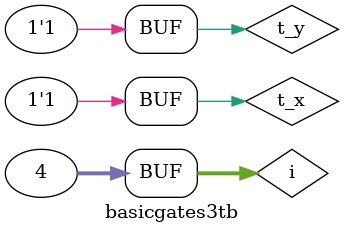
<source format=v>

module basicgates3tb;
wire a_out,o_out,n_out;
reg t_x,t_y;
and3 my_mod1(.x(t_x),.y(t_y),.out(a_out));
or3 my_mod2(.x(t_x),.y(t_y),.out(o_out));
not3 my_mod3(.x(t_x),.out(n_out));
integer i;
initial
begin
$dumpfile("basicgates3.vcd");
$dumpvars(0,basicgates3tb);
$display("Basic Gates using Behavioural level");
$monitor("x = %b | y = %b | x&y = %b | x|y = %b | ~x = %b",t_x,t_y,a_out,o_out,n_out);
for(i=0; i<4; i=i+1) begin
{t_x,t_y} = i;
#5;
end
end
endmodule

</source>
